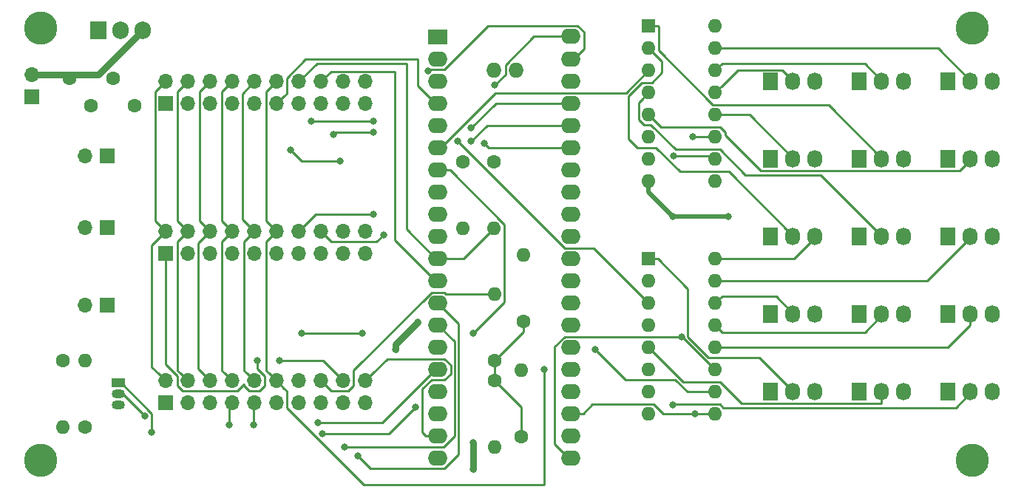
<source format=gbr>
G04 #@! TF.GenerationSoftware,KiCad,Pcbnew,5.1.6+dfsg1-1*
G04 #@! TF.CreationDate,2021-04-10T12:13:44+02:00*
G04 #@! TF.ProjectId,xfaders,78666164-6572-4732-9e6b-696361645f70,rev?*
G04 #@! TF.SameCoordinates,Original*
G04 #@! TF.FileFunction,Copper,L2,Bot*
G04 #@! TF.FilePolarity,Positive*
%FSLAX46Y46*%
G04 Gerber Fmt 4.6, Leading zero omitted, Abs format (unit mm)*
G04 Created by KiCad (PCBNEW 5.1.6+dfsg1-1) date 2021-04-10 12:13:44*
%MOMM*%
%LPD*%
G01*
G04 APERTURE LIST*
G04 #@! TA.AperFunction,ComponentPad*
%ADD10C,1.600000*%
G04 #@! TD*
G04 #@! TA.AperFunction,ComponentPad*
%ADD11R,1.500000X1.050000*%
G04 #@! TD*
G04 #@! TA.AperFunction,ComponentPad*
%ADD12O,1.500000X1.050000*%
G04 #@! TD*
G04 #@! TA.AperFunction,ComponentPad*
%ADD13R,2.250000X1.727200*%
G04 #@! TD*
G04 #@! TA.AperFunction,ComponentPad*
%ADD14O,2.250000X1.727200*%
G04 #@! TD*
G04 #@! TA.AperFunction,ComponentPad*
%ADD15O,1.727200X1.727200*%
G04 #@! TD*
G04 #@! TA.AperFunction,ComponentPad*
%ADD16O,1.700000X1.700000*%
G04 #@! TD*
G04 #@! TA.AperFunction,ComponentPad*
%ADD17R,1.700000X1.700000*%
G04 #@! TD*
G04 #@! TA.AperFunction,ComponentPad*
%ADD18O,1.905000X2.000000*%
G04 #@! TD*
G04 #@! TA.AperFunction,ComponentPad*
%ADD19R,1.905000X2.000000*%
G04 #@! TD*
G04 #@! TA.AperFunction,ComponentPad*
%ADD20O,1.600000X1.600000*%
G04 #@! TD*
G04 #@! TA.AperFunction,ComponentPad*
%ADD21R,1.600000X1.600000*%
G04 #@! TD*
G04 #@! TA.AperFunction,ComponentPad*
%ADD22C,3.800000*%
G04 #@! TD*
G04 #@! TA.AperFunction,ComponentPad*
%ADD23R,1.730000X2.030000*%
G04 #@! TD*
G04 #@! TA.AperFunction,ComponentPad*
%ADD24O,1.730000X2.030000*%
G04 #@! TD*
G04 #@! TA.AperFunction,ViaPad*
%ADD25C,0.800000*%
G04 #@! TD*
G04 #@! TA.AperFunction,Conductor*
%ADD26C,0.250000*%
G04 #@! TD*
G04 #@! TA.AperFunction,Conductor*
%ADD27C,0.500000*%
G04 #@! TD*
G04 #@! TA.AperFunction,Conductor*
%ADD28C,0.750000*%
G04 #@! TD*
G04 APERTURE END LIST*
D10*
X66929000Y-68199000D03*
X61929000Y-68199000D03*
X69389000Y-71374000D03*
X64389000Y-71374000D03*
D11*
X67564000Y-103124000D03*
D12*
X67564000Y-105664000D03*
X67564000Y-104394000D03*
D13*
X104140000Y-63449200D03*
D14*
X104140000Y-65989200D03*
X104140000Y-68529200D03*
X104140000Y-71069200D03*
X104140000Y-73609200D03*
X104140000Y-76149200D03*
X104140000Y-78689200D03*
X104140000Y-81229200D03*
X104140000Y-83769200D03*
X104140000Y-86309200D03*
X104140000Y-88849200D03*
X104140000Y-91389200D03*
X104140000Y-93929200D03*
X104140000Y-96469200D03*
X104140000Y-99009200D03*
X104140000Y-101549200D03*
X104140000Y-104089200D03*
X104140000Y-106629200D03*
X104140000Y-109169200D03*
X104140000Y-111709200D03*
X119380000Y-111709200D03*
X119380000Y-109169200D03*
X119380000Y-106629200D03*
X119380000Y-104089200D03*
X119380000Y-101549200D03*
X119380000Y-99009200D03*
X119380000Y-96469200D03*
X119380000Y-93929200D03*
X119380000Y-91389200D03*
X119380000Y-88849200D03*
X119380000Y-86309200D03*
X119380000Y-83769200D03*
X119380000Y-81229200D03*
X119380000Y-78689200D03*
X119380000Y-76149200D03*
X119380000Y-73609200D03*
X119380000Y-71069200D03*
X119380000Y-68529200D03*
X119380000Y-65989200D03*
X119380000Y-63398400D03*
D15*
X113040000Y-67259200D03*
X110500000Y-67259200D03*
D16*
X63754000Y-85344000D03*
D17*
X66294000Y-85344000D03*
D16*
X63754000Y-94234000D03*
D17*
X66294000Y-94234000D03*
D16*
X57658000Y-67818000D03*
D17*
X57658000Y-70358000D03*
D16*
X63754000Y-77089000D03*
D17*
X66294000Y-77089000D03*
D18*
X70358000Y-62738000D03*
X67818000Y-62738000D03*
D19*
X65278000Y-62738000D03*
D20*
X61214000Y-108204000D03*
D10*
X61214000Y-100584000D03*
D20*
X63754000Y-100584000D03*
D10*
X63754000Y-108204000D03*
D20*
X110637320Y-110464600D03*
D10*
X110637320Y-102844600D03*
D20*
X110525560Y-85384640D03*
D10*
X110525560Y-77764640D03*
D20*
X113629440Y-101676200D03*
D10*
X113629440Y-109296200D03*
D20*
X107010200Y-85430360D03*
D10*
X107010200Y-77810360D03*
D20*
X110637320Y-92892880D03*
D10*
X110637320Y-100512880D03*
D20*
X113903760Y-88447880D03*
D10*
X113903760Y-96067880D03*
D20*
X135890000Y-62230000D03*
X128270000Y-80010000D03*
X135890000Y-64770000D03*
X128270000Y-77470000D03*
X135890000Y-67310000D03*
X128270000Y-74930000D03*
X135890000Y-69850000D03*
X128270000Y-72390000D03*
X135890000Y-72390000D03*
X128270000Y-69850000D03*
X135890000Y-74930000D03*
X128270000Y-67310000D03*
X135890000Y-77470000D03*
X128270000Y-64770000D03*
X135890000Y-80010000D03*
D21*
X128270000Y-62230000D03*
X128270000Y-88900000D03*
D20*
X135890000Y-106680000D03*
X128270000Y-91440000D03*
X135890000Y-104140000D03*
X128270000Y-93980000D03*
X135890000Y-101600000D03*
X128270000Y-96520000D03*
X135890000Y-99060000D03*
X128270000Y-99060000D03*
X135890000Y-96520000D03*
X128270000Y-101600000D03*
X135890000Y-93980000D03*
X128270000Y-104140000D03*
X135890000Y-91440000D03*
X128270000Y-106680000D03*
X135890000Y-88900000D03*
D22*
X58674000Y-62484000D03*
X58674000Y-112014000D03*
X165354000Y-112014000D03*
X165354000Y-62484000D03*
D23*
X142240000Y-68580000D03*
D24*
X144780000Y-68580000D03*
X147320000Y-68580000D03*
X157480000Y-68580000D03*
X154940000Y-68580000D03*
D23*
X152400000Y-68580000D03*
X162560000Y-68580000D03*
D24*
X165100000Y-68580000D03*
X167640000Y-68580000D03*
X147320000Y-77470000D03*
X144780000Y-77470000D03*
D23*
X142240000Y-77470000D03*
X152400000Y-77470000D03*
D24*
X154940000Y-77470000D03*
X157480000Y-77470000D03*
X167640000Y-77470000D03*
X165100000Y-77470000D03*
D23*
X162560000Y-77470000D03*
X142240000Y-86360000D03*
D24*
X144780000Y-86360000D03*
X147320000Y-86360000D03*
D23*
X152400000Y-86360000D03*
D24*
X154940000Y-86360000D03*
X157480000Y-86360000D03*
X167640000Y-86360000D03*
X165100000Y-86360000D03*
D23*
X162560000Y-86360000D03*
X142240000Y-95250000D03*
D24*
X144780000Y-95250000D03*
X147320000Y-95250000D03*
X157480000Y-95250000D03*
X154940000Y-95250000D03*
D23*
X152400000Y-95250000D03*
X162560000Y-95250000D03*
D24*
X165100000Y-95250000D03*
X167640000Y-95250000D03*
X147320000Y-104140000D03*
X144780000Y-104140000D03*
D23*
X142240000Y-104140000D03*
X152400000Y-104140000D03*
D24*
X154940000Y-104140000D03*
X157480000Y-104140000D03*
X167640000Y-104140000D03*
X165100000Y-104140000D03*
D23*
X162560000Y-104140000D03*
D17*
X72945001Y-105410000D03*
D16*
X72945001Y-102870000D03*
X75485001Y-105410000D03*
X75485001Y-102870000D03*
X78025001Y-105410000D03*
X78025001Y-102870000D03*
X80565001Y-105410000D03*
X80565001Y-102870000D03*
X83105001Y-105410000D03*
X83105001Y-102870000D03*
X85645001Y-105410000D03*
X85645001Y-102870000D03*
X88185001Y-105410000D03*
X88185001Y-102870000D03*
X90725001Y-105410000D03*
X90725001Y-102870000D03*
X93265001Y-105410000D03*
X93265001Y-102870000D03*
X95805001Y-105410000D03*
X95805001Y-102870000D03*
X95805001Y-85725000D03*
X95805001Y-88265000D03*
X93265001Y-85725000D03*
X93265001Y-88265000D03*
X90725001Y-85725000D03*
X90725001Y-88265000D03*
X88185001Y-85725000D03*
X88185001Y-88265000D03*
X85645001Y-85725000D03*
X85645001Y-88265000D03*
X83105001Y-85725000D03*
X83105001Y-88265000D03*
X80565001Y-85725000D03*
X80565001Y-88265000D03*
X78025001Y-85725000D03*
X78025001Y-88265000D03*
X75485001Y-85725000D03*
X75485001Y-88265000D03*
X72945001Y-85725000D03*
D17*
X72945001Y-88265000D03*
X72945001Y-71120000D03*
D16*
X72945001Y-68580000D03*
X75485001Y-71120000D03*
X75485001Y-68580000D03*
X78025001Y-71120000D03*
X78025001Y-68580000D03*
X80565001Y-71120000D03*
X80565001Y-68580000D03*
X83105001Y-71120000D03*
X83105001Y-68580000D03*
X85645001Y-71120000D03*
X85645001Y-68580000D03*
X88185001Y-71120000D03*
X88185001Y-68580000D03*
X90725001Y-71120000D03*
X90725001Y-68580000D03*
X93265001Y-71120000D03*
X93265001Y-68580000D03*
X95805001Y-71120000D03*
X95805001Y-68580000D03*
D25*
X133350000Y-74930000D03*
X132004846Y-97865154D03*
X122174000Y-99314000D03*
X131069358Y-77083642D03*
X110662720Y-69001640D03*
X70612000Y-106934000D03*
X131064000Y-105664000D03*
X133604000Y-106680000D03*
X106426000Y-75438000D03*
X102977144Y-67376159D03*
X131064000Y-84074000D03*
X137414000Y-84074000D03*
X99314000Y-99314000D03*
X101854000Y-96139000D03*
X108204000Y-109982000D03*
X108204000Y-113030000D03*
X94996000Y-111506000D03*
X93472000Y-110490000D03*
X101600000Y-105904200D03*
X90932000Y-108966000D03*
X80264000Y-107950000D03*
X90424000Y-107696000D03*
X83058000Y-107950000D03*
X116332000Y-101600000D03*
X108204000Y-97409000D03*
X95504000Y-97409000D03*
X88519000Y-97409000D03*
X107950000Y-73914000D03*
X96774000Y-73152000D03*
X89662000Y-73152000D03*
X107950000Y-75438000D03*
X96774000Y-74422000D03*
X92202000Y-74676000D03*
X85979000Y-100584000D03*
X83439000Y-100584000D03*
X109474000Y-75692000D03*
X87249000Y-76454000D03*
X92964000Y-77724000D03*
X97896680Y-86111080D03*
X96707960Y-83769200D03*
X71369347Y-108716653D03*
D26*
X119118600Y-111709200D02*
X119380000Y-111709200D01*
X117479980Y-98966872D02*
X117479980Y-110070580D01*
X117479980Y-110070580D02*
X119118600Y-111709200D01*
X118626262Y-97820590D02*
X117479980Y-98966872D01*
X132110590Y-97820590D02*
X118626262Y-97820590D01*
X135890000Y-101600000D02*
X132110590Y-97820590D01*
X135890000Y-74930000D02*
X133350000Y-74930000D01*
X132713590Y-104140000D02*
X135890000Y-104140000D01*
X131298591Y-102725001D02*
X132713590Y-104140000D01*
X125585001Y-102725001D02*
X131298591Y-102725001D01*
X122174000Y-99314000D02*
X125585001Y-102725001D01*
X135503642Y-77083642D02*
X135890000Y-77470000D01*
X131069358Y-77083642D02*
X135503642Y-77083642D01*
X136689999Y-69050001D02*
X135890000Y-69850000D01*
X138500001Y-67239999D02*
X136689999Y-69050001D01*
X143589999Y-67239999D02*
X138500001Y-67239999D01*
X144780000Y-68430000D02*
X143589999Y-67239999D01*
X144780000Y-68580000D02*
X144780000Y-68430000D01*
X136689999Y-66510001D02*
X135890000Y-67310000D01*
X153020001Y-66510001D02*
X136689999Y-66510001D01*
X154940000Y-68580000D02*
X154940000Y-68430000D01*
X154940000Y-68430000D02*
X153020001Y-66510001D01*
X137021370Y-64770000D02*
X135890000Y-64770000D01*
X161440000Y-64770000D02*
X137021370Y-64770000D01*
X165100000Y-68430000D02*
X161440000Y-64770000D01*
X165100000Y-68580000D02*
X165100000Y-68430000D01*
X115141670Y-63398400D02*
X118005000Y-63398400D01*
X118005000Y-63398400D02*
X119380000Y-63398400D01*
X111851399Y-67812961D02*
X111851399Y-66688671D01*
X111851399Y-66688671D02*
X115141670Y-63398400D01*
X110662720Y-69001640D02*
X111851399Y-67812961D01*
X113903760Y-97246440D02*
X110637320Y-100512880D01*
X113903760Y-96067880D02*
X113903760Y-97246440D01*
X110637320Y-100512880D02*
X110637320Y-102844600D01*
X147320000Y-86510000D02*
X147320000Y-86360000D01*
X135890000Y-88900000D02*
X144930000Y-88900000D01*
X144930000Y-88900000D02*
X147320000Y-86510000D01*
X113629440Y-105836720D02*
X110637320Y-102844600D01*
X113629440Y-109296200D02*
X113629440Y-105836720D01*
X68072000Y-104394000D02*
X67564000Y-104394000D01*
X70612000Y-106934000D02*
X68072000Y-104394000D01*
X137021370Y-72390000D02*
X135890000Y-72390000D01*
X139850000Y-72390000D02*
X137021370Y-72390000D01*
X144780000Y-77320000D02*
X139850000Y-72390000D01*
X144780000Y-77470000D02*
X144780000Y-77320000D01*
X129320000Y-62230000D02*
X128270000Y-62230000D01*
X129395001Y-62305001D02*
X129320000Y-62230000D01*
X129395001Y-65020003D02*
X129395001Y-62305001D01*
X135639997Y-71264999D02*
X129395001Y-65020003D01*
X148884999Y-71264999D02*
X135639997Y-71264999D01*
X154940000Y-77320000D02*
X148884999Y-71264999D01*
X154940000Y-77470000D02*
X154940000Y-77320000D01*
X129684999Y-73804999D02*
X128270000Y-72390000D01*
X136430001Y-73804999D02*
X129684999Y-73804999D01*
X163909999Y-78810001D02*
X141114999Y-78810001D01*
X165100000Y-77470000D02*
X165100000Y-77620000D01*
X165100000Y-77620000D02*
X163909999Y-78810001D01*
X141114999Y-78810001D02*
X137015001Y-74710003D01*
X137015001Y-74710003D02*
X137015001Y-74389999D01*
X137015001Y-74389999D02*
X136430001Y-73804999D01*
X129069999Y-65569999D02*
X128270000Y-64770000D01*
X128633001Y-68724999D02*
X129794000Y-67564000D01*
X127491411Y-68724999D02*
X128633001Y-68724999D01*
X129794000Y-66294000D02*
X129069999Y-65569999D01*
X125984000Y-70232410D02*
X127491411Y-68724999D01*
X125984000Y-75184000D02*
X125984000Y-70232410D01*
X126926997Y-76126997D02*
X125984000Y-75184000D01*
X129087407Y-76126997D02*
X126926997Y-76126997D01*
X131845409Y-78884999D02*
X129087407Y-76126997D01*
X129794000Y-67564000D02*
X129794000Y-66294000D01*
X137454999Y-78884999D02*
X131845409Y-78884999D01*
X144780000Y-86210000D02*
X137454999Y-78884999D01*
X144780000Y-86360000D02*
X144780000Y-86210000D01*
X127144999Y-70975001D02*
X127470001Y-70649999D01*
X127733996Y-73518998D02*
X127144999Y-72930001D01*
X127470001Y-70649999D02*
X128270000Y-69850000D01*
X128524000Y-73518998D02*
X127733996Y-73518998D01*
X131350001Y-76344999D02*
X128524000Y-73518998D01*
X136430001Y-76344999D02*
X131350001Y-76344999D01*
X139345013Y-79260011D02*
X136430001Y-76344999D01*
X147990011Y-79260011D02*
X139345013Y-79260011D01*
X127144999Y-72930001D02*
X127144999Y-70975001D01*
X154940000Y-86210000D02*
X147990011Y-79260011D01*
X154940000Y-86360000D02*
X154940000Y-86210000D01*
X137021370Y-91440000D02*
X135890000Y-91440000D01*
X160170000Y-91440000D02*
X137021370Y-91440000D01*
X165100000Y-86510000D02*
X160170000Y-91440000D01*
X165100000Y-86360000D02*
X165100000Y-86510000D01*
X142860001Y-93180001D02*
X136689999Y-93180001D01*
X136689999Y-93180001D02*
X135890000Y-93980000D01*
X144780000Y-95250000D02*
X144780000Y-95100000D01*
X144780000Y-95100000D02*
X142860001Y-93180001D01*
X136689999Y-97319999D02*
X135890000Y-96520000D01*
X153020001Y-97319999D02*
X136689999Y-97319999D01*
X154940000Y-95400000D02*
X153020001Y-97319999D01*
X154940000Y-95250000D02*
X154940000Y-95400000D01*
X137021370Y-99060000D02*
X135890000Y-99060000D01*
X162555000Y-99060000D02*
X137021370Y-99060000D01*
X165100000Y-96515000D02*
X162555000Y-99060000D01*
X165100000Y-95250000D02*
X165100000Y-96515000D01*
X132729847Y-92309847D02*
X129320000Y-88900000D01*
X129320000Y-88900000D02*
X128270000Y-88900000D01*
X132729847Y-97803437D02*
X132729847Y-92309847D01*
X135111411Y-100185001D02*
X132729847Y-97803437D01*
X140975001Y-100185001D02*
X135111411Y-100185001D01*
X144780000Y-103990000D02*
X140975001Y-100185001D01*
X144780000Y-104140000D02*
X144780000Y-103990000D01*
X129069999Y-99859999D02*
X128270000Y-99060000D01*
X132224999Y-103014999D02*
X129069999Y-99859999D01*
X136430001Y-103014999D02*
X132224999Y-103014999D01*
X154864999Y-105480001D02*
X138895003Y-105480001D01*
X138895003Y-105480001D02*
X136430001Y-103014999D01*
X154940000Y-105405000D02*
X154864999Y-105480001D01*
X154940000Y-104140000D02*
X154940000Y-105405000D01*
X165100000Y-104290000D02*
X163459990Y-105930010D01*
X165100000Y-104140000D02*
X165100000Y-104290000D01*
X131173001Y-105554999D02*
X131064000Y-105664000D01*
X163459990Y-105930010D02*
X136805012Y-105930010D01*
X136805012Y-105930010D02*
X136430001Y-105554999D01*
X136430001Y-105554999D02*
X131173001Y-105554999D01*
X104401400Y-76149200D02*
X104140000Y-76149200D01*
X125699410Y-69880590D02*
X110670010Y-69880590D01*
X110670010Y-69880590D02*
X104401400Y-76149200D01*
X128270000Y-67310000D02*
X125699410Y-69880590D01*
X121829201Y-105554999D02*
X120755000Y-106629200D01*
X128810001Y-105554999D02*
X121829201Y-105554999D01*
X129935002Y-106680000D02*
X128810001Y-105554999D01*
X120755000Y-106629200D02*
X119380000Y-106629200D01*
X135890000Y-106680000D02*
X129935002Y-106680000D01*
X118648590Y-87660590D02*
X106426000Y-75438000D01*
X128270000Y-93980000D02*
X121950590Y-87660590D01*
X121950590Y-87660590D02*
X118648590Y-87660590D01*
X96655000Y-102020001D02*
X95805001Y-102870000D01*
X98314411Y-100360590D02*
X96655000Y-102020001D01*
X104893738Y-100360590D02*
X98314411Y-100360590D01*
X105590010Y-102041538D02*
X105590010Y-101056862D01*
X104893738Y-102737810D02*
X105590010Y-102041538D01*
X105590010Y-101056862D02*
X104893738Y-100360590D01*
X103386262Y-102737810D02*
X104893738Y-102737810D01*
X102325001Y-103799071D02*
X103386262Y-102737810D01*
X102765000Y-109169200D02*
X102325001Y-108729201D01*
X102325001Y-108729201D02*
X102325001Y-103799071D01*
X104140000Y-109169200D02*
X102765000Y-109169200D01*
X103175493Y-67177810D02*
X102977144Y-67376159D01*
X104893738Y-67177810D02*
X103175493Y-67177810D01*
X119641400Y-65989200D02*
X120830010Y-64800590D01*
X119380000Y-65989200D02*
X119641400Y-65989200D01*
X120830010Y-64800590D02*
X120830010Y-62906062D01*
X120830010Y-62906062D02*
X120133738Y-62209790D01*
X120133738Y-62209790D02*
X109861758Y-62209790D01*
X109861758Y-62209790D02*
X104893738Y-67177810D01*
D27*
X128270000Y-81280000D02*
X131064000Y-84074000D01*
X128270000Y-80010000D02*
X128270000Y-81280000D01*
X131064000Y-84074000D02*
X137414000Y-84074000D01*
D28*
X99314000Y-98679000D02*
X101854000Y-96139000D01*
X99314000Y-99314000D02*
X99314000Y-98679000D01*
X108204000Y-109982000D02*
X108204000Y-113030000D01*
D26*
X72095002Y-84875001D02*
X72945001Y-85725000D01*
X71770000Y-84549999D02*
X72095002Y-84875001D01*
X71770000Y-69755001D02*
X71770000Y-84549999D01*
X72945001Y-68580000D02*
X71770000Y-69755001D01*
X72095002Y-102020001D02*
X72945001Y-102870000D01*
X71374000Y-87296001D02*
X71374000Y-101298999D01*
X71374000Y-101298999D02*
X72095002Y-102020001D01*
X72945001Y-85725000D02*
X71374000Y-87296001D01*
X96387810Y-112897810D02*
X94996000Y-111506000D01*
X104893738Y-112897810D02*
X96387810Y-112897810D01*
X106490029Y-96279229D02*
X106490029Y-111301519D01*
X106490029Y-111301519D02*
X104893738Y-112897810D01*
X104140000Y-93929200D02*
X106490029Y-96279229D01*
X74635002Y-84875001D02*
X75485001Y-85725000D01*
X74310000Y-69755001D02*
X74310000Y-84549999D01*
X74310000Y-84549999D02*
X74635002Y-84875001D01*
X75485001Y-68580000D02*
X74310000Y-69755001D01*
X74635002Y-102020001D02*
X75485001Y-102870000D01*
X74310000Y-101694999D02*
X74635002Y-102020001D01*
X74310000Y-86900001D02*
X74310000Y-101694999D01*
X75485001Y-85725000D02*
X74310000Y-86900001D01*
X104761548Y-110490000D02*
X93472000Y-110490000D01*
X106040020Y-109211528D02*
X104761548Y-110490000D01*
X106040020Y-98369220D02*
X106040020Y-109211528D01*
X104140000Y-96469200D02*
X106040020Y-98369220D01*
X76850000Y-84549999D02*
X77175002Y-84875001D01*
X77175002Y-84875001D02*
X78025001Y-85725000D01*
X76850000Y-69755001D02*
X76850000Y-84549999D01*
X78025001Y-68580000D02*
X76850000Y-69755001D01*
X77175002Y-102020001D02*
X78025001Y-102870000D01*
X76660002Y-101505001D02*
X77175002Y-102020001D01*
X76660002Y-87089999D02*
X76660002Y-101505001D01*
X78025001Y-85725000D02*
X76660002Y-87089999D01*
X101600000Y-105904200D02*
X98538200Y-108966000D01*
X98538200Y-108966000D02*
X90932000Y-108966000D01*
X80264000Y-105711001D02*
X80565001Y-105410000D01*
X80264000Y-107950000D02*
X80264000Y-105711001D01*
X79715002Y-84875001D02*
X80565001Y-85725000D01*
X79390000Y-84549999D02*
X79715002Y-84875001D01*
X79390000Y-69755001D02*
X79390000Y-84549999D01*
X80565001Y-68580000D02*
X79390000Y-69755001D01*
X79715002Y-102020001D02*
X80565001Y-102870000D01*
X79390000Y-101694999D02*
X79715002Y-102020001D01*
X79390000Y-86900001D02*
X79390000Y-101694999D01*
X80565001Y-85725000D02*
X79390000Y-86900001D01*
X103878600Y-101549200D02*
X97790000Y-107637800D01*
X104140000Y-101549200D02*
X103878600Y-101549200D01*
X97790000Y-107637800D02*
X90482200Y-107637800D01*
X90482200Y-107637800D02*
X90424000Y-107696000D01*
X83058000Y-105457001D02*
X83105001Y-105410000D01*
X83058000Y-107950000D02*
X83058000Y-105457001D01*
X82255002Y-84875001D02*
X83105001Y-85725000D01*
X81740002Y-84360001D02*
X82255002Y-84875001D01*
X81740002Y-69944999D02*
X81740002Y-84360001D01*
X83105001Y-68580000D02*
X81740002Y-69944999D01*
X81930000Y-101694999D02*
X82255002Y-102020001D01*
X82255002Y-102020001D02*
X83105001Y-102870000D01*
X81930000Y-86900001D02*
X81930000Y-101694999D01*
X83105001Y-85725000D02*
X81930000Y-86900001D01*
X103878600Y-71069200D02*
X101854000Y-69044600D01*
X104140000Y-71069200D02*
X103878600Y-71069200D01*
X101854000Y-69044600D02*
X101854000Y-66040000D01*
X88985999Y-66040000D02*
X86820002Y-68205997D01*
X86495000Y-70270001D02*
X85645001Y-71120000D01*
X86820002Y-69944999D02*
X86495000Y-70270001D01*
X86820002Y-68205997D02*
X86820002Y-69944999D01*
X101854000Y-66040000D02*
X88985999Y-66040000D01*
X84795002Y-84875001D02*
X85645001Y-85725000D01*
X84470000Y-84549999D02*
X84795002Y-84875001D01*
X84470000Y-69755001D02*
X84470000Y-84549999D01*
X85645001Y-68580000D02*
X84470000Y-69755001D01*
X84470000Y-101694999D02*
X84795002Y-102020001D01*
X84795002Y-102020001D02*
X85645001Y-102870000D01*
X84470000Y-86900001D02*
X84470000Y-101694999D01*
X85645001Y-85725000D02*
X84470000Y-86900001D01*
X116332000Y-101600000D02*
X116332000Y-114808000D01*
X86495000Y-103719999D02*
X85645001Y-102870000D01*
X95654001Y-114808000D02*
X86820002Y-105974001D01*
X86820002Y-104045001D02*
X86495000Y-103719999D01*
X86820002Y-105974001D02*
X86820002Y-104045001D01*
X116332000Y-114808000D02*
X95654001Y-114808000D01*
X111762321Y-93850679D02*
X108204000Y-97409000D01*
X111762321Y-84936521D02*
X111762321Y-93850679D01*
X105515000Y-78689200D02*
X111762321Y-84936521D01*
X104140000Y-78689200D02*
X105515000Y-78689200D01*
X95504000Y-97409000D02*
X88519000Y-97409000D01*
X119380000Y-71069200D02*
X110794800Y-71069200D01*
X110794800Y-71069200D02*
X107950000Y-73914000D01*
X96774000Y-73152000D02*
X89662000Y-73152000D01*
X91900002Y-104045001D02*
X90725001Y-102870000D01*
X93829002Y-104045001D02*
X91900002Y-104045001D01*
X94440002Y-103434001D02*
X93829002Y-104045001D01*
X94440002Y-101686850D02*
X94440002Y-103434001D01*
X103386262Y-92740590D02*
X94440002Y-101686850D01*
X104893738Y-92740590D02*
X103386262Y-92740590D01*
X105046028Y-92892880D02*
X104893738Y-92740590D01*
X110637320Y-92892880D02*
X105046028Y-92892880D01*
X119380000Y-73609200D02*
X109778800Y-73609200D01*
X109778800Y-73609200D02*
X107950000Y-75438000D01*
X96774000Y-74422000D02*
X92456000Y-74422000D01*
X92456000Y-74422000D02*
X92202000Y-74676000D01*
X90979001Y-100584000D02*
X85979000Y-100584000D01*
X93265001Y-102870000D02*
X90979001Y-100584000D01*
X72945001Y-100966410D02*
X72945001Y-88265000D01*
X74310000Y-102331409D02*
X72945001Y-100966410D01*
X81129002Y-104045001D02*
X74921000Y-104045001D01*
X81930000Y-103434001D02*
X81930000Y-103244003D01*
X81930000Y-103244003D02*
X81129002Y-104045001D01*
X82541000Y-104045001D02*
X81930000Y-103434001D01*
X83669002Y-104045001D02*
X82541000Y-104045001D01*
X74310000Y-103434001D02*
X74310000Y-102331409D01*
X84280002Y-103434001D02*
X83669002Y-104045001D01*
X74921000Y-104045001D02*
X74310000Y-103434001D01*
X84280002Y-102305999D02*
X84280002Y-103434001D01*
X83439000Y-101464997D02*
X84280002Y-102305999D01*
X83439000Y-100584000D02*
X83439000Y-101464997D01*
X119380000Y-76149200D02*
X109931200Y-76149200D01*
X109931200Y-76149200D02*
X109474000Y-75692000D01*
X88519000Y-77724000D02*
X92964000Y-77724000D01*
X87249000Y-76454000D02*
X88519000Y-77724000D01*
X90725001Y-85725000D02*
X91900002Y-86900001D01*
X97107759Y-86900001D02*
X97896680Y-86111080D01*
X91900002Y-86900001D02*
X97107759Y-86900001D01*
X90140801Y-83769200D02*
X88185001Y-85725000D01*
X96707960Y-83769200D02*
X90140801Y-83769200D01*
X90274991Y-66490010D02*
X100526010Y-66490010D01*
X88185001Y-68580000D02*
X90274991Y-66490010D01*
X103878600Y-88849200D02*
X104140000Y-88849200D01*
X100526010Y-85496610D02*
X103878600Y-88849200D01*
X100526010Y-66490010D02*
X100526010Y-85496610D01*
X107061000Y-88849200D02*
X104140000Y-88849200D01*
X110525560Y-85384640D02*
X107061000Y-88849200D01*
X91900002Y-67404999D02*
X99219001Y-67404999D01*
X90725001Y-68580000D02*
X91900002Y-67404999D01*
X103878600Y-91389200D02*
X104140000Y-91389200D01*
X99219001Y-86729601D02*
X103878600Y-91389200D01*
X99219001Y-67404999D02*
X99219001Y-86729601D01*
D28*
X65278000Y-67818000D02*
X70358000Y-62738000D01*
X61929000Y-68152000D02*
X61595000Y-67818000D01*
X61929000Y-68199000D02*
X61929000Y-68152000D01*
X61595000Y-67818000D02*
X65278000Y-67818000D01*
X57658000Y-67818000D02*
X61595000Y-67818000D01*
D26*
X67875002Y-103124000D02*
X67564000Y-103124000D01*
X71369347Y-106618345D02*
X67875002Y-103124000D01*
X71369347Y-108716653D02*
X71369347Y-106618345D01*
M02*

</source>
